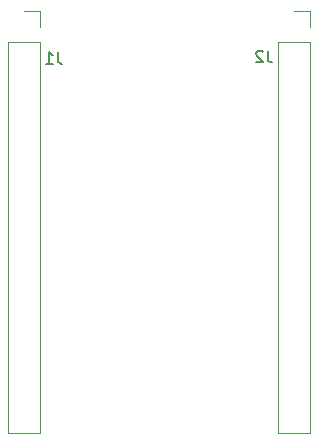
<source format=gbr>
%TF.GenerationSoftware,KiCad,Pcbnew,5.1.4-3.fc31*%
%TF.CreationDate,2019-11-27T18:42:09+01:00*%
%TF.ProjectId,SSOP-28_3.9x9.9mm_P0.635,53534f50-2d32-4385-9f33-2e3978392e39,1.0*%
%TF.SameCoordinates,Original*%
%TF.FileFunction,Legend,Bot*%
%TF.FilePolarity,Positive*%
%FSLAX46Y46*%
G04 Gerber Fmt 4.6, Leading zero omitted, Abs format (unit mm)*
G04 Created by KiCad (PCBNEW 5.1.4-3.fc31) date 2019-11-27 18:42:09*
%MOMM*%
%LPD*%
G04 APERTURE LIST*
%ADD10C,0.120000*%
%ADD11C,0.150000*%
%ADD12R,1.802000X1.802000*%
%ADD13O,1.802000X1.802000*%
G04 APERTURE END LIST*
D10*
%TO.C,J1*%
X125790000Y-130870000D02*
X123130000Y-130870000D01*
X125790000Y-97790000D02*
X125790000Y-130870000D01*
X123130000Y-97790000D02*
X123130000Y-130870000D01*
X125790000Y-97790000D02*
X123130000Y-97790000D01*
X125790000Y-96520000D02*
X125790000Y-95190000D01*
X125790000Y-95190000D02*
X124460000Y-95190000D01*
%TO.C,J2*%
X148650000Y-95190000D02*
X147320000Y-95190000D01*
X148650000Y-96520000D02*
X148650000Y-95190000D01*
X148650000Y-97790000D02*
X145990000Y-97790000D01*
X145990000Y-97790000D02*
X145990000Y-130870000D01*
X148650000Y-97790000D02*
X148650000Y-130870000D01*
X148650000Y-130870000D02*
X145990000Y-130870000D01*
%TO.C,J1*%
D11*
X127333333Y-98639380D02*
X127333333Y-99353666D01*
X127380952Y-99496523D01*
X127476190Y-99591761D01*
X127619047Y-99639380D01*
X127714285Y-99639380D01*
X126333333Y-99639380D02*
X126904761Y-99639380D01*
X126619047Y-99639380D02*
X126619047Y-98639380D01*
X126714285Y-98782238D01*
X126809523Y-98877476D01*
X126904761Y-98925095D01*
%TO.C,J2*%
X145113333Y-98512380D02*
X145113333Y-99226666D01*
X145160952Y-99369523D01*
X145256190Y-99464761D01*
X145399047Y-99512380D01*
X145494285Y-99512380D01*
X144684761Y-98607619D02*
X144637142Y-98560000D01*
X144541904Y-98512380D01*
X144303809Y-98512380D01*
X144208571Y-98560000D01*
X144160952Y-98607619D01*
X144113333Y-98702857D01*
X144113333Y-98798095D01*
X144160952Y-98940952D01*
X144732380Y-99512380D01*
X144113333Y-99512380D01*
%TD*%
%LPC*%
D12*
%TO.C,J1*%
X124460000Y-96520000D03*
D13*
X124460000Y-99060000D03*
X124460000Y-101600000D03*
X124460000Y-104140000D03*
X124460000Y-106680000D03*
X124460000Y-109220000D03*
X124460000Y-111760000D03*
X124460000Y-114300000D03*
X124460000Y-116840000D03*
X124460000Y-119380000D03*
X124460000Y-121920000D03*
X124460000Y-124460000D03*
X124460000Y-127000000D03*
X124460000Y-129540000D03*
%TD*%
%TO.C,J2*%
X147320000Y-129540000D03*
X147320000Y-127000000D03*
X147320000Y-124460000D03*
X147320000Y-121920000D03*
X147320000Y-119380000D03*
X147320000Y-116840000D03*
X147320000Y-114300000D03*
X147320000Y-111760000D03*
X147320000Y-109220000D03*
X147320000Y-106680000D03*
X147320000Y-104140000D03*
X147320000Y-101600000D03*
X147320000Y-99060000D03*
D12*
X147320000Y-96520000D03*
%TD*%
M02*

</source>
